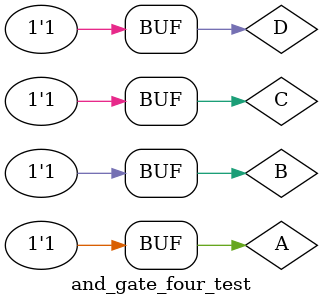
<source format=v>
`timescale 1ns / 1ps
module and_gate_four_test();

    reg A,B,C,D;
    
    wire o;
    
    and_gate_four uut(.i_1(A), .i_2(B), .i_3(C), .i_4(D), .o(o) );
    
    initial begin
    
        A=0; B=0; C=0; D=0; #100;
        A=0; B=0; C=0; D=1; #100; 
        A=0; B=0; C=1; D=0; #100;
        A=0; B=0; C=1; D=1; #100; 
        A=0; B=1; C=0; D=0; #100; 
        A=1; B=1; C=0; D=1; #100; 
        A=1; B=1; C=1; D=0; #100; 
        A=1; B=1; C=1; D=1; #100;
    end

endmodule

</source>
